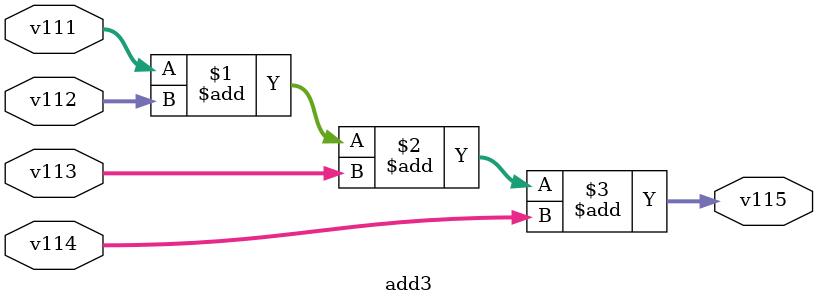
<source format=v>
`timescale 1ns / 1ps


module add3(v111,v112,v113,v114,v115);

        input [1:0]v111,v112,v113,v114;
        output [1:0] v115;
        
        assign v115 = v111+v112+v113+v114;
    
endmodule

</source>
